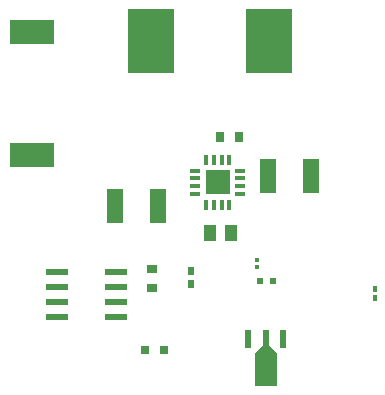
<source format=gbr>
%TF.GenerationSoftware,KiCad,Pcbnew,8.0.0*%
%TF.CreationDate,2024-03-27T14:53:21-02:30*%
%TF.ProjectId,wireless-power,77697265-6c65-4737-932d-706f7765722e,rev?*%
%TF.SameCoordinates,Original*%
%TF.FileFunction,Paste,Top*%
%TF.FilePolarity,Positive*%
%FSLAX46Y46*%
G04 Gerber Fmt 4.6, Leading zero omitted, Abs format (unit mm)*
G04 Created by KiCad (PCBNEW 8.0.0) date 2024-03-27 14:53:21*
%MOMM*%
%LPD*%
G01*
G04 APERTURE LIST*
%ADD10C,0.000000*%
%ADD11R,0.329999X0.433200*%
%ADD12R,0.965200X0.381000*%
%ADD13R,0.381000X0.965200*%
%ADD14R,2.159000X2.159000*%
%ADD15R,0.812800X0.762000*%
%ADD16R,0.762000X0.812800*%
%ADD17R,0.304800X0.558800*%
%ADD18R,0.609600X0.508000*%
%ADD19R,0.508000X0.660400*%
%ADD20R,1.100000X1.380000*%
%ADD21R,3.800000X2.000000*%
%ADD22R,1.981200X0.558800*%
%ADD23R,1.397000X2.895600*%
%ADD24R,0.755599X0.799998*%
%ADD25R,3.860800X5.511800*%
%ADD26R,0.482600X1.638300*%
G04 APERTURE END LIST*
D10*
%TO.C,U3*%
G36*
X136131300Y-90741500D02*
G01*
X136817100Y-91401900D01*
X136817100Y-94170500D01*
X134962900Y-94170500D01*
X134962900Y-91401900D01*
X135648700Y-90741500D01*
X135648700Y-90398600D01*
X136131300Y-90398600D01*
X136131300Y-90741500D01*
G37*
%TD*%
D11*
%TO.C,C4*%
X135150000Y-84153200D03*
X135150000Y-83550000D03*
%TD*%
D12*
%TO.C,U1*%
X129921000Y-75996800D03*
X129921000Y-76631800D03*
X129921000Y-77292200D03*
X129921000Y-77927200D03*
D13*
X130860800Y-78867000D03*
X131495800Y-78867000D03*
X132156200Y-78867000D03*
X132791200Y-78867000D03*
D12*
X133731000Y-77927200D03*
X133731000Y-77292200D03*
X133731000Y-76631800D03*
X133731000Y-75996800D03*
D13*
X132791200Y-75057000D03*
X132156200Y-75057000D03*
X131495800Y-75057000D03*
X130860800Y-75057000D03*
D14*
X131826000Y-76962000D03*
%TD*%
D15*
%TO.C,R3*%
X126238000Y-84328000D03*
X126238000Y-85877400D03*
%TD*%
D16*
%TO.C,R1*%
X132054600Y-73152000D03*
X133604000Y-73152000D03*
%TD*%
D17*
%TO.C,C6*%
X145110200Y-85979000D03*
X145110200Y-86741000D03*
%TD*%
D18*
%TO.C,C5*%
X135407400Y-85344000D03*
X136499600Y-85344000D03*
%TD*%
D19*
%TO.C,R4*%
X129540000Y-84480400D03*
X129540000Y-85598000D03*
%TD*%
D20*
%TO.C,C1*%
X132943000Y-81280000D03*
X131217000Y-81280000D03*
%TD*%
D21*
%TO.C,J2*%
X116078000Y-64262000D03*
%TD*%
D22*
%TO.C,U2*%
X118262400Y-84582000D03*
X118262400Y-85852000D03*
X118262400Y-87122000D03*
X118262400Y-88392000D03*
X123190000Y-88392000D03*
X123190000Y-87122000D03*
X123190000Y-85852000D03*
X123190000Y-84582000D03*
%TD*%
D23*
%TO.C,C2*%
X123164600Y-78994000D03*
X126771400Y-78994000D03*
%TD*%
D21*
%TO.C,J1*%
X116078000Y-74676000D03*
%TD*%
D23*
%TO.C,C3*%
X139725400Y-76454000D03*
X136118600Y-76454000D03*
%TD*%
D24*
%TO.C,R2*%
X125698402Y-91186000D03*
X127254000Y-91186000D03*
%TD*%
D25*
%TO.C,L1*%
X126187200Y-65024000D03*
X136144000Y-65024000D03*
%TD*%
D26*
%TO.C,U3*%
X137390000Y-90189050D03*
X135890000Y-90189050D03*
X134390000Y-90189050D03*
%TD*%
M02*

</source>
